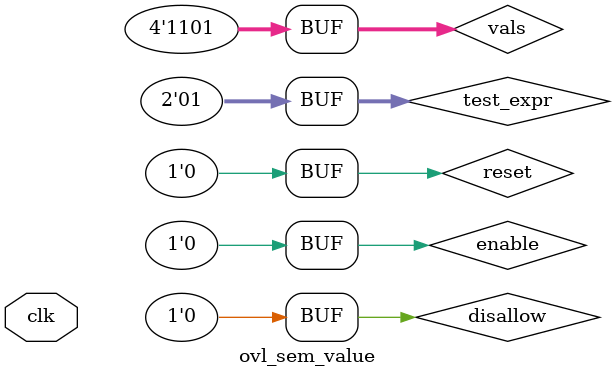
<source format=sv>
module ovl_sem_value(input logic clk);
`ifdef FAIL
  logic reset = 1'b1;
`else
  logic reset = 1'b0;
`endif
`ifdef FAIL
  logic enable = 1'b1;
`else
  logic enable = 1'b0;
`endif
  logic disallow = 1'b0;
`ifdef FAIL
  logic [1:0] test_expr = 2'b10;
`else
  logic [1:0] test_expr = 2'b01;
`endif
  logic [3:0] vals = {2'b11, 2'b01};

  ovl_value #(
      .num_values(2),
      .width(2)) dut (
      .clock(clk),
      .reset(reset),
      .enable(enable),
      .test_expr(test_expr),
      .vals(vals),
      .disallow(disallow),
      .fire());
endmodule

</source>
